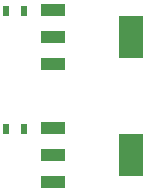
<source format=gbr>
G04 #@! TF.FileFunction,Paste,Bot*
%FSLAX46Y46*%
G04 Gerber Fmt 4.6, Leading zero omitted, Abs format (unit mm)*
G04 Created by KiCad (PCBNEW 4.0.2+e4-6225~38~ubuntu14.04.1-stable) date Sat 23 Jul 2016 00:45:22 PDT*
%MOMM*%
G01*
G04 APERTURE LIST*
%ADD10C,0.100000*%
%ADD11R,2.032000X3.657600*%
%ADD12R,2.032000X1.016000*%
%ADD13R,0.500000X0.900000*%
G04 APERTURE END LIST*
D10*
D11*
X159302000Y-87000000D03*
D12*
X152698000Y-87000000D03*
X152698000Y-84714000D03*
X152698000Y-89286000D03*
D11*
X159302000Y-77000000D03*
D12*
X152698000Y-77000000D03*
X152698000Y-74714000D03*
X152698000Y-79286000D03*
D13*
X150250000Y-84750000D03*
X148750000Y-84750000D03*
X150250000Y-74750000D03*
X148750000Y-74750000D03*
M02*

</source>
